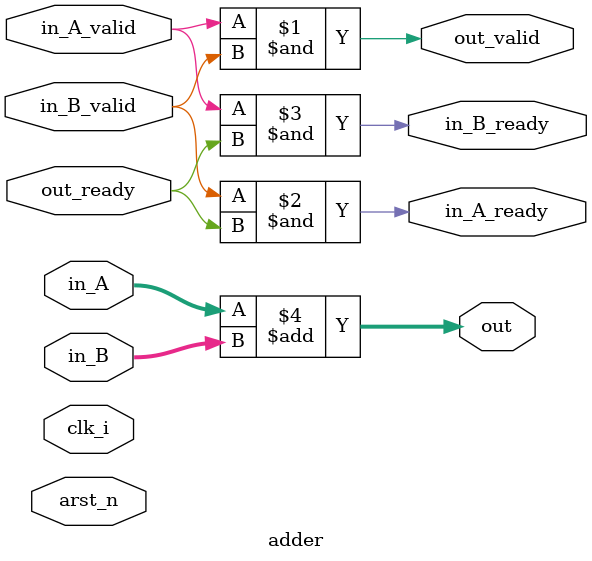
<source format=sv>
module adder #(
    parameter DATA_IN_WIDTH = 8
) (
    input                      clk_i,
    input                      arst_n,

    input  [DATA_IN_WIDTH-1:0] in_A,
    input                      in_A_valid,
    output                     in_A_ready,

    input  [DATA_IN_WIDTH-1:0] in_B,
    input                      in_B_valid,
    output                     in_B_ready,

    output [DATA_IN_WIDTH:0]   out,
    output                     out_valid,
    input                      out_ready
);

    assign out_valid  = in_A_valid & in_B_valid;
    assign in_A_ready = in_B_valid & out_ready;
    assign in_B_ready = in_A_valid & out_ready;

    assign out = in_A + in_B;

endmodule
</source>
